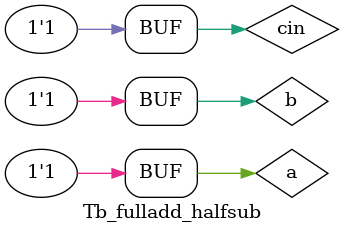
<source format=v>
`timescale 1ns / 1ps

module Tb_fulladd_halfsub();
reg a,b,cin;
wire sum,cout;

Fulladd_halfsub dut(a,b,cin,sum,cout);

initial begin 
a=0;b=0;cin=0;#10
a=0;b=0;cin=1;#10
a=0;b=1;cin=0;#10
a=0;b=1;cin=1;#10
a=1;b=0;cin=0;#10
a=1;b=0;cin=1;#10
a=1;b=1;cin=0;#10
a=1;b=1;cin=1;
end
endmodule

</source>
